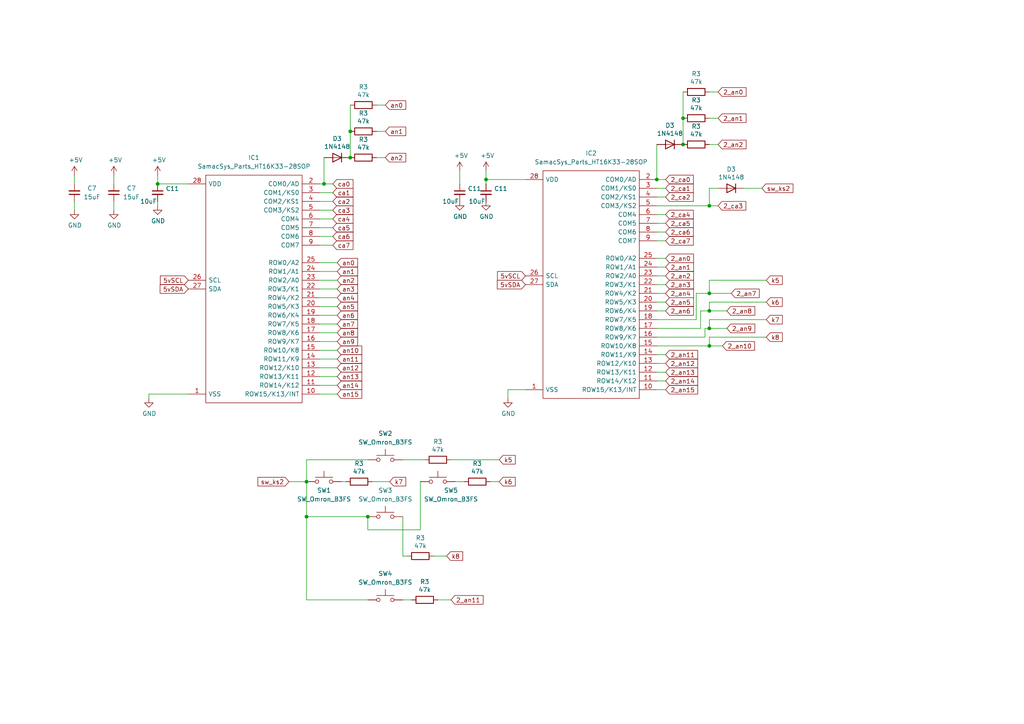
<source format=kicad_sch>
(kicad_sch (version 20230121) (generator eeschema)
  (paper "A4")
  (title_block (title "Pitanga HAT") (date "2023-10-19") (rev "2.1") (company "Andrew Tudoroi"))
  (lib_symbols
    (symbol "Device:C_Small" (pin_numbers hide) (pin_names (offset 0.254) hide)
      (property "Reference" "C" (at 0.254 1.778 0))
      (property "Value" "C_Small" (at 0.254 -2.032 0))
      (symbol "C_Small_0_1"
        (polyline (pts (xy -1.524 -0.508) (xy 1.524 -0.508)) (stroke (width 0.3302)))
        (polyline (pts (xy -1.524 0.508) (xy 1.524 0.508)) (stroke (width 0.3048)))
      )
      (symbol "C_Small_1_1"
        (pin passive line (at 0 2.54 270) (length 2.032) (name "~") (number "1"))
        (pin passive line (at 0 -2.54 90) (length 2.032) (name "~") (number "2"))
      )
    )
    (symbol "Device:D" (pin_numbers hide) (pin_names (offset 1.016) hide)
      (property "Reference" "D" (at 0 2.54 0))
      (property "Value" "D" (at 0 -2.54 0))
      (symbol "D_0_1"
        (polyline (pts (xy -1.27 1.27) (xy -1.27 -1.27)) (stroke (width 0.254)))
        (polyline (pts (xy 1.27 0) (xy -1.27 0)))
        (polyline (pts (xy 1.27 1.27) (xy 1.27 -1.27) (xy -1.27 0) (xy 1.27 1.27)) (stroke (width 0.254)))
      )
      (symbol "D_1_1"
        (pin passive line (at -3.81 0 0) (length 2.54) (name "K") (number "1"))
        (pin passive line (at 3.81 0 180) (length 2.54) (name "A") (number "2"))
      )
    )
    (symbol "Device:R" (pin_numbers hide) (pin_names (offset 0))
      (property "Reference" "R" (at 2.032 0 90))
      (property "Value" "R" (at 0 0 90))
      (symbol "R_0_1"
        (rectangle (start -1.016 -2.54) (end 1.016 2.54) (stroke (width 0.254)))
      )
      (symbol "R_1_1"
        (pin passive line (at 0 3.81 270) (length 1.27) (name "~") (number "1"))
        (pin passive line (at 0 -3.81 90) (length 1.27) (name "~") (number "2"))
      )
    )
    (symbol "LTP305_ESP32_CLOCK-rescue:HT16K33-28SOP-SamacSys_Parts" (pin_names (offset 0.762))
      (property "Reference" "IC" (at 34.29 7.62 0))
      (property "Value" "SamacSys_Parts_HT16K33-28SOP" (at 34.29 5.08 0))
      (symbol "HT16K33-28SOP-SamacSys_Parts_0_0"
        (pin passive line (at 0 -60.96 0) (length 5.08) (name "VSS") (number "1"))
        (pin passive line (at 38.1 -60.96 180) (length 5.08) (name "ROW15/K13/INT") (number "10"))
        (pin passive line (at 38.1 -58.42 180) (length 5.08) (name "ROW14/K12") (number "11"))
        (pin passive line (at 38.1 -55.88 180) (length 5.08) (name "ROW13/K11") (number "12"))
        (pin passive line (at 38.1 -53.34 180) (length 5.08) (name "ROW12/K10") (number "13"))
        (pin passive line (at 38.1 -50.8 180) (length 5.08) (name "ROW11/K9") (number "14"))
        (pin passive line (at 38.1 -48.26 180) (length 5.08) (name "ROW10/K8") (number "15"))
        (pin passive line (at 38.1 -45.72 180) (length 5.08) (name "ROW9/K7") (number "16"))
        (pin passive line (at 38.1 -43.18 180) (length 5.08) (name "ROW8/K6") (number "17"))
        (pin passive line (at 38.1 -40.64 180) (length 5.08) (name "ROW7/K5") (number "18"))
        (pin passive line (at 38.1 -38.1 180) (length 5.08) (name "ROW6/K4") (number "19"))
        (pin passive line (at 38.1 0 180) (length 5.08) (name "COM0/AD") (number "2"))
        (pin passive line (at 38.1 -35.56 180) (length 5.08) (name "ROW5/K3") (number "20"))
        (pin passive line (at 38.1 -33.02 180) (length 5.08) (name "ROW4/K2") (number "21"))
        (pin passive line (at 38.1 -30.48 180) (length 5.08) (name "ROW3/K1") (number "22"))
        (pin passive line (at 38.1 -27.94 180) (length 5.08) (name "ROW2/A0") (number "23"))
        (pin passive line (at 38.1 -25.4 180) (length 5.08) (name "ROW1/A1") (number "24"))
        (pin passive line (at 38.1 -22.86 180) (length 5.08) (name "ROW0/A2") (number "25"))
        (pin passive line (at 0 -27.94 0) (length 5.08) (name "SCL") (number "26"))
        (pin passive line (at 0 -30.48 0) (length 5.08) (name "SDA") (number "27"))
        (pin passive line (at 0 0 0) (length 5.08) (name "VDD") (number "28"))
        (pin passive line (at 38.1 -2.54 180) (length 5.08) (name "COM1/KS0") (number "3"))
        (pin passive line (at 38.1 -5.08 180) (length 5.08) (name "COM2/KS1") (number "4"))
        (pin passive line (at 38.1 -7.62 180) (length 5.08) (name "COM3/KS2") (number "5"))
        (pin passive line (at 38.1 -10.16 180) (length 5.08) (name "COM4") (number "6"))
        (pin passive line (at 38.1 -12.7 180) (length 5.08) (name "COM5") (number "7"))
        (pin passive line (at 38.1 -15.24 180) (length 5.08) (name "COM6") (number "8"))
        (pin passive line (at 38.1 -17.78 180) (length 5.08) (name "COM7") (number "9"))
      )
      (symbol "HT16K33-28SOP-SamacSys_Parts_0_1"
        (polyline (pts (xy 5.08 2.54) (xy 33.02 2.54) (xy 33.02 -63.5) (xy 5.08 -63.5) (xy 5.08 2.54)) (stroke (width 0.1524)))
      )
    )
    (symbol "Switch:SW_Omron_B3FS" (pin_numbers hide) (pin_names (offset 1.016) hide)
      (property "Reference" "SW" (at 1.27 2.54 0))
      (property "Value" "SW_Omron_B3FS" (at 0 -1.524 0))
      (symbol "SW_Omron_B3FS_0_1"
        (circle (center -2.032 0) (radius 0.508))
        (polyline (pts (xy 0 1.27) (xy 0 3.048)))
        (polyline (pts (xy 2.54 1.27) (xy -2.54 1.27)))
        (circle (center 2.032 0) (radius 0.508))
        (pin passive line (at -5.08 0 0) (length 2.54) (name "1") (number "1"))
        (pin passive line (at 5.08 0 180) (length 2.54) (name "2") (number "2"))
      )
    )
    (symbol "power:+5V" (power) (pin_names (offset 0))
      (property "Value" "+5V" (at 0 3.556 0))
      (symbol "+5V_0_1"
        (polyline (pts (xy -0.762 1.27) (xy 0 2.54)))
        (polyline (pts (xy 0 0) (xy 0 2.54)))
        (polyline (pts (xy 0 2.54) (xy 0.762 1.27)))
      )
      (symbol "+5V_1_1"
        (pin power_in line (at 0 0 90) (length 0) hide (name "+5V") (number "1"))
      )
    )
    (symbol "power:GND" (power) (pin_names (offset 0))
      (property "Value" "GND" (at 0 -3.81 0))
      (symbol "GND_0_1"
        (polyline (pts (xy 0 0) (xy 0 -1.27) (xy 1.27 -1.27) (xy 0 -2.54) (xy -1.27 -1.27) (xy 0 -1.27)))
      )
      (symbol "GND_1_1"
        (pin power_in line (at 0 0 270) (length 0) hide (name "GND") (number "1"))
      )
    )
  )
  (junction (at 101.6 45.72))
  (junction (at 190.5 52.07))
  (junction (at 45.72 53.34))
  (junction (at 140.97 52.07))
  (junction (at 101.6 38.1))
  (junction (at 205.74 100.33))
  (junction (at 198.12 34.29))
  (junction (at 205.74 59.69))
  (junction (at 205.74 95.25))
  (junction (at 205.74 90.17))
  (junction (at 93.98 53.34))
  (junction (at 205.74 85.09))
  (junction (at 198.12 41.91))
  (junction (at 88.9 139.7))
  (junction (at 106.68 149.86))
  (junction (at 88.9 149.86))
  (wire (pts (xy 140.97 49.53) (xy 140.97 52.07)))
  (wire (pts (xy 190.5 77.47) (xy 193.04 77.47)))
  (wire (pts (xy 109.22 30.48) (xy 111.76 30.48)))
  (wire (pts (xy 222.25 81.28) (xy 205.74 81.28)))
  (wire (pts (xy 88.9 139.7) (xy 88.9 149.86)))
  (wire (pts (xy 190.5 110.49) (xy 193.04 110.49)))
  (wire (pts (xy 116.84 173.99) (xy 119.38 173.99)))
  (wire (pts (xy 205.74 100.33) (xy 209.55 100.33)))
  (wire (pts (xy 190.5 69.85) (xy 193.04 69.85)))
  (wire (pts (xy 88.9 133.35) (xy 88.9 139.7)))
  (wire (pts (xy 205.74 34.29) (xy 208.28 34.29)))
  (wire (pts (xy 92.71 63.5) (xy 96.52 63.5)))
  (wire (pts (xy 190.5 74.93) (xy 193.04 74.93)))
  (wire (pts (xy 92.71 99.06) (xy 97.79 99.06)))
  (wire (pts (xy 205.74 81.28) (xy 205.74 85.09)))
  (wire (pts (xy 92.71 76.2) (xy 97.79 76.2)))
  (wire (pts (xy 190.5 67.31) (xy 193.04 67.31)))
  (wire (pts (xy 54.61 114.3) (xy 43.18 114.3)))
  (wire (pts (xy 205.74 97.79) (xy 205.74 100.33)))
  (wire (pts (xy 92.71 68.58) (xy 96.52 68.58)))
  (wire (pts (xy 45.72 50.8) (xy 45.72 53.34)))
  (wire (pts (xy 121.92 153.67) (xy 106.68 153.67)))
  (wire (pts (xy 204.47 95.25) (xy 205.74 95.25)))
  (wire (pts (xy 101.6 30.48) (xy 101.6 38.1)))
  (wire (pts (xy 203.2 90.17) (xy 205.74 90.17)))
  (wire (pts (xy 92.71 93.98) (xy 97.79 93.98)))
  (wire (pts (xy 205.74 59.69) (xy 208.28 59.69)))
  (wire (pts (xy 92.71 66.04) (xy 96.52 66.04)))
  (wire (pts (xy 92.71 55.88) (xy 96.52 55.88)))
  (wire (pts (xy 205.74 87.63) (xy 205.74 90.17)))
  (wire (pts (xy 190.5 85.09) (xy 193.04 85.09)))
  (wire (pts (xy 21.59 58.42) (xy 21.59 60.96)))
  (wire (pts (xy 222.25 87.63) (xy 205.74 87.63)))
  (wire (pts (xy 201.93 85.09) (xy 205.74 85.09)))
  (wire (pts (xy 93.98 53.34) (xy 92.71 53.34)))
  (wire (pts (xy 130.81 133.35) (xy 144.78 133.35)))
  (wire (pts (xy 92.71 91.44) (xy 97.79 91.44)))
  (wire (pts (xy 222.25 92.71) (xy 205.74 92.71)))
  (wire (pts (xy 92.71 71.12) (xy 96.52 71.12)))
  (wire (pts (xy 92.71 109.22) (xy 97.79 109.22)))
  (wire (pts (xy 92.71 88.9) (xy 97.79 88.9)))
  (wire (pts (xy 152.4 52.07) (xy 140.97 52.07)))
  (wire (pts (xy 92.71 106.68) (xy 97.79 106.68)))
  (wire (pts (xy 215.9 54.61) (xy 220.98 54.61)))
  (wire (pts (xy 116.84 161.29) (xy 118.11 161.29)))
  (wire (pts (xy 45.72 58.42) (xy 45.72 59.69)))
  (wire (pts (xy 142.24 139.7) (xy 144.78 139.7)))
  (wire (pts (xy 107.95 139.7) (xy 113.03 139.7)))
  (wire (pts (xy 92.71 114.3) (xy 97.79 114.3)))
  (wire (pts (xy 88.9 139.7) (xy 83.82 139.7)))
  (wire (pts (xy 208.28 54.61) (xy 205.74 54.61)))
  (wire (pts (xy 190.5 113.03) (xy 193.04 113.03)))
  (wire (pts (xy 190.5 82.55) (xy 193.04 82.55)))
  (wire (pts (xy 92.71 101.6) (xy 97.79 101.6)))
  (wire (pts (xy 205.74 26.67) (xy 208.28 26.67)))
  (wire (pts (xy 190.5 100.33) (xy 205.74 100.33)))
  (wire (pts (xy 132.08 139.7) (xy 134.62 139.7)))
  (wire (pts (xy 190.5 105.41) (xy 193.04 105.41)))
  (wire (pts (xy 205.74 85.09) (xy 212.09 85.09)))
  (wire (pts (xy 190.5 57.15) (xy 193.04 57.15)))
  (wire (pts (xy 106.68 153.67) (xy 106.68 149.86)))
  (wire (pts (xy 190.5 87.63) (xy 193.04 87.63)))
  (wire (pts (xy 205.74 54.61) (xy 205.74 59.69)))
  (wire (pts (xy 92.71 86.36) (xy 97.79 86.36)))
  (wire (pts (xy 92.71 104.14) (xy 97.79 104.14)))
  (wire (pts (xy 92.71 81.28) (xy 97.79 81.28)))
  (wire (pts (xy 43.18 114.3) (xy 43.18 115.57)))
  (wire (pts (xy 106.68 149.86) (xy 88.9 149.86)))
  (wire (pts (xy 190.5 59.69) (xy 205.74 59.69)))
  (wire (pts (xy 116.84 149.86) (xy 116.84 161.29)))
  (wire (pts (xy 125.73 161.29) (xy 129.54 161.29)))
  (wire (pts (xy 92.71 83.82) (xy 97.79 83.82)))
  (wire (pts (xy 92.71 60.96) (xy 96.52 60.96)))
  (wire (pts (xy 205.74 90.17) (xy 210.82 90.17)))
  (wire (pts (xy 100.33 139.7) (xy 99.06 139.7)))
  (wire (pts (xy 92.71 78.74) (xy 97.79 78.74)))
  (wire (pts (xy 111.76 45.72) (xy 109.22 45.72)))
  (wire (pts (xy 92.71 96.52) (xy 97.79 96.52)))
  (wire (pts (xy 101.6 38.1) (xy 101.6 45.72)))
  (wire (pts (xy 204.47 95.25) (xy 204.47 97.79)))
  (wire (pts (xy 190.5 80.01) (xy 193.04 80.01)))
  (wire (pts (xy 121.92 139.7) (xy 121.92 153.67)))
  (wire (pts (xy 190.5 54.61) (xy 193.04 54.61)))
  (wire (pts (xy 190.5 102.87) (xy 193.04 102.87)))
  (wire (pts (xy 96.52 53.34) (xy 93.98 53.34)))
  (wire (pts (xy 208.28 41.91) (xy 205.74 41.91)))
  (wire (pts (xy 222.25 97.79) (xy 205.74 97.79)))
  (wire (pts (xy 201.93 92.71) (xy 190.5 92.71)))
  (wire (pts (xy 205.74 92.71) (xy 205.74 95.25)))
  (wire (pts (xy 106.68 173.99) (xy 88.9 173.99)))
  (wire (pts (xy 45.72 53.34) (xy 54.61 53.34)))
  (wire (pts (xy 127 173.99) (xy 130.81 173.99)))
  (wire (pts (xy 106.68 133.35) (xy 88.9 133.35)))
  (wire (pts (xy 92.71 58.42) (xy 96.52 58.42)))
  (wire (pts (xy 133.35 49.53) (xy 133.35 53.34)))
  (wire (pts (xy 203.2 90.17) (xy 203.2 95.25)))
  (wire (pts (xy 92.71 111.76) (xy 97.79 111.76)))
  (wire (pts (xy 190.5 107.95) (xy 193.04 107.95)))
  (wire (pts (xy 109.22 38.1) (xy 111.76 38.1)))
  (wire (pts (xy 21.59 50.8) (xy 21.59 53.34)))
  (wire (pts (xy 33.02 58.42) (xy 33.02 60.96)))
  (wire (pts (xy 201.93 85.09) (xy 201.93 92.71)))
  (wire (pts (xy 198.12 26.67) (xy 198.12 34.29)))
  (wire (pts (xy 190.5 90.17) (xy 193.04 90.17)))
  (wire (pts (xy 190.5 64.77) (xy 193.04 64.77)))
  (wire (pts (xy 140.97 53.34) (xy 140.97 52.07)))
  (wire (pts (xy 190.5 41.91) (xy 190.5 52.07)))
  (wire (pts (xy 190.5 62.23) (xy 193.04 62.23)))
  (wire (pts (xy 93.98 45.72) (xy 93.98 53.34)))
  (wire (pts (xy 116.84 133.35) (xy 123.19 133.35)))
  (wire (pts (xy 152.4 113.03) (xy 147.32 113.03)))
  (wire (pts (xy 88.9 149.86) (xy 88.9 173.99)))
  (wire (pts (xy 203.2 95.25) (xy 190.5 95.25)))
  (wire (pts (xy 147.32 113.03) (xy 147.32 115.57)))
  (wire (pts (xy 33.02 50.8) (xy 33.02 53.34)))
  (wire (pts (xy 205.74 95.25) (xy 210.82 95.25)))
  (wire (pts (xy 198.12 34.29) (xy 198.12 41.91)))
  (wire (pts (xy 204.47 97.79) (xy 190.5 97.79)))
  (wire (pts (xy 190.5 52.07) (xy 193.04 52.07)))
  (global_label "5vSCL" (shape input) (at 54.61 81.28 180) (property "Intersheetrefs" "${INTERSHEET_REFS}" (effects hide)))
  (global_label "an3" (shape input) (at 97.79 83.82 0) (property "Intersheetrefs" "${INTERSHEET_REFS}" (effects hide)))
  (global_label "ca3" (shape input) (at 96.52 60.96 0) (property "Intersheetrefs" "${INTERSHEET_REFS}" (effects hide)))
  (global_label "2_an0" (shape input) (at 193.04 74.93 0) (property "Intersheetrefs" "${INTERSHEET_REFS}" (effects hide)))
  (global_label "an14" (shape input) (at 97.79 111.76 0) (property "Intersheetrefs" "${INTERSHEET_REFS}" (effects hide)))
  (global_label "2_ca5" (shape input) (at 193.04 64.77 0) (property "Intersheetrefs" "${INTERSHEET_REFS}" (effects hide)))
  (global_label "2_ca2" (shape input) (at 193.04 57.15 0) (property "Intersheetrefs" "${INTERSHEET_REFS}" (effects hide)))
  (global_label "an11" (shape input) (at 97.79 104.14 0) (property "Intersheetrefs" "${INTERSHEET_REFS}" (effects hide)))
  (global_label "ca5" (shape input) (at 96.52 66.04 0) (property "Intersheetrefs" "${INTERSHEET_REFS}" (effects hide)))
  (global_label "2_an6" (shape input) (at 193.04 90.17 0) (property "Intersheetrefs" "${INTERSHEET_REFS}" (effects hide)))
  (global_label "2_an0" (shape input) (at 208.28 26.67 0) (property "Intersheetrefs" "${INTERSHEET_REFS}" (effects hide)))
  (global_label "an10" (shape input) (at 97.79 101.6 0) (property "Intersheetrefs" "${INTERSHEET_REFS}" (effects hide)))
  (global_label "2_ca1" (shape input) (at 193.04 54.61 0) (property "Intersheetrefs" "${INTERSHEET_REFS}" (effects hide)))
  (global_label "an6" (shape input) (at 97.79 91.44 0) (property "Intersheetrefs" "${INTERSHEET_REFS}" (effects hide)))
  (global_label "ca6" (shape input) (at 96.52 68.58 0) (property "Intersheetrefs" "${INTERSHEET_REFS}" (effects hide)))
  (global_label "5vSCL" (shape input) (at 152.4 80.01 180) (property "Intersheetrefs" "${INTERSHEET_REFS}" (effects hide)))
  (global_label "2_ca7" (shape input) (at 193.04 69.85 0) (property "Intersheetrefs" "${INTERSHEET_REFS}" (effects hide)))
  (global_label "an13" (shape input) (at 97.79 109.22 0) (property "Intersheetrefs" "${INTERSHEET_REFS}" (effects hide)))
  (global_label "sw_ks2" (shape input) (at 83.82 139.7 180) (property "Intersheetrefs" "${INTERSHEET_REFS}" (effects hide)))
  (global_label "an12" (shape input) (at 97.79 106.68 0) (property "Intersheetrefs" "${INTERSHEET_REFS}" (effects hide)))
  (global_label "an1" (shape input) (at 97.79 78.74 0) (property "Intersheetrefs" "${INTERSHEET_REFS}" (effects hide)))
  (global_label "k6" (shape input) (at 222.25 87.63 0) (property "Intersheetrefs" "${INTERSHEET_REFS}" (effects hide)))
  (global_label "an7" (shape input) (at 97.79 93.98 0) (property "Intersheetrefs" "${INTERSHEET_REFS}" (effects hide)))
  (global_label "2_an10" (shape input) (at 209.55 100.33 0) (property "Intersheetrefs" "${INTERSHEET_REFS}" (effects hide)))
  (global_label "2_an5" (shape input) (at 193.04 87.63 0) (property "Intersheetrefs" "${INTERSHEET_REFS}" (effects hide)))
  (global_label "an2" (shape input) (at 111.76 45.72 0) (property "Intersheetrefs" "${INTERSHEET_REFS}" (effects hide)))
  (global_label "an9" (shape input) (at 97.79 99.06 0) (property "Intersheetrefs" "${INTERSHEET_REFS}" (effects hide)))
  (global_label "2_ca0" (shape input) (at 193.04 52.07 0) (property "Intersheetrefs" "${INTERSHEET_REFS}" (effects hide)))
  (global_label "2_an14" (shape input) (at 193.04 110.49 0) (property "Intersheetrefs" "${INTERSHEET_REFS}" (effects hide)))
  (global_label "ca7" (shape input) (at 96.52 71.12 0) (property "Intersheetrefs" "${INTERSHEET_REFS}" (effects hide)))
  (global_label "2_an11" (shape input) (at 130.81 173.99 0) (property "Intersheetrefs" "${INTERSHEET_REFS}" (effects hide)))
  (global_label "2_an2" (shape input) (at 208.28 41.91 0) (property "Intersheetrefs" "${INTERSHEET_REFS}" (effects hide)))
  (global_label "2_an11" (shape input) (at 193.04 102.87 0) (property "Intersheetrefs" "${INTERSHEET_REFS}" (effects hide)))
  (global_label "k7" (shape input) (at 222.25 92.71 0) (property "Intersheetrefs" "${INTERSHEET_REFS}" (effects hide)))
  (global_label "an0" (shape input) (at 111.76 30.48 0) (property "Intersheetrefs" "${INTERSHEET_REFS}" (effects hide)))
  (global_label "5vSDA" (shape input) (at 54.61 83.82 180) (property "Intersheetrefs" "${INTERSHEET_REFS}" (effects hide)))
  (global_label "an2" (shape input) (at 97.79 81.28 0) (property "Intersheetrefs" "${INTERSHEET_REFS}" (effects hide)))
  (global_label "2_an3" (shape input) (at 193.04 82.55 0) (property "Intersheetrefs" "${INTERSHEET_REFS}" (effects hide)))
  (global_label "2_an13" (shape input) (at 193.04 107.95 0) (property "Intersheetrefs" "${INTERSHEET_REFS}" (effects hide)))
  (global_label "an15" (shape input) (at 97.79 114.3 0) (property "Intersheetrefs" "${INTERSHEET_REFS}" (effects hide)))
  (global_label "k5" (shape input) (at 222.25 81.28 0) (property "Intersheetrefs" "${INTERSHEET_REFS}" (effects hide)))
  (global_label "ca4" (shape input) (at 96.52 63.5 0) (property "Intersheetrefs" "${INTERSHEET_REFS}" (effects hide)))
  (global_label "k6" (shape input) (at 144.78 139.7 0) (property "Intersheetrefs" "${INTERSHEET_REFS}" (effects hide)))
  (global_label "2_ca6" (shape input) (at 193.04 67.31 0) (property "Intersheetrefs" "${INTERSHEET_REFS}" (effects hide)))
  (global_label "2_an1" (shape input) (at 208.28 34.29 0) (property "Intersheetrefs" "${INTERSHEET_REFS}" (effects hide)))
  (global_label "an1" (shape input) (at 111.76 38.1 0) (property "Intersheetrefs" "${INTERSHEET_REFS}" (effects hide)))
  (global_label "2_an15" (shape input) (at 193.04 113.03 0) (property "Intersheetrefs" "${INTERSHEET_REFS}" (effects hide)))
  (global_label "2_an2" (shape input) (at 193.04 80.01 0) (property "Intersheetrefs" "${INTERSHEET_REFS}" (effects hide)))
  (global_label "k8" (shape input) (at 222.25 97.79 0) (property "Intersheetrefs" "${INTERSHEET_REFS}" (effects hide)))
  (global_label "ca1" (shape input) (at 96.52 55.88 0) (property "Intersheetrefs" "${INTERSHEET_REFS}" (effects hide)))
  (global_label "k7" (shape input) (at 113.03 139.7 0) (property "Intersheetrefs" "${INTERSHEET_REFS}" (effects hide)))
  (global_label "5vSDA" (shape input) (at 152.4 82.55 180) (property "Intersheetrefs" "${INTERSHEET_REFS}" (effects hide)))
  (global_label "an8" (shape input) (at 97.79 96.52 0) (property "Intersheetrefs" "${INTERSHEET_REFS}" (effects hide)))
  (global_label "an4" (shape input) (at 97.79 86.36 0) (property "Intersheetrefs" "${INTERSHEET_REFS}" (effects hide)))
  (global_label "2_an1" (shape input) (at 193.04 77.47 0) (property "Intersheetrefs" "${INTERSHEET_REFS}" (effects hide)))
  (global_label "an5" (shape input) (at 97.79 88.9 0) (property "Intersheetrefs" "${INTERSHEET_REFS}" (effects hide)))
  (global_label "2_ca3" (shape input) (at 208.28 59.69 0) (property "Intersheetrefs" "${INTERSHEET_REFS}" (effects hide)))
  (global_label "2_an9" (shape input) (at 210.82 95.25 0) (property "Intersheetrefs" "${INTERSHEET_REFS}" (effects hide)))
  (global_label "an0" (shape input) (at 97.79 76.2 0) (property "Intersheetrefs" "${INTERSHEET_REFS}" (effects hide)))
  (global_label "k5" (shape input) (at 144.78 133.35 0) (property "Intersheetrefs" "${INTERSHEET_REFS}" (effects hide)))
  (global_label "sw_ks2" (shape input) (at 220.98 54.61 0) (property "Intersheetrefs" "${INTERSHEET_REFS}" (effects hide)))
  (global_label "ca2" (shape input) (at 96.52 58.42 0) (property "Intersheetrefs" "${INTERSHEET_REFS}" (effects hide)))
  (global_label "2_an7" (shape input) (at 212.09 85.09 0) (property "Intersheetrefs" "${INTERSHEET_REFS}" (effects hide)))
  (global_label "2_an4" (shape input) (at 193.04 85.09 0) (property "Intersheetrefs" "${INTERSHEET_REFS}" (effects hide)))
  (global_label "2_ca4" (shape input) (at 193.04 62.23 0) (property "Intersheetrefs" "${INTERSHEET_REFS}" (effects hide)))
  (global_label "k8" (shape input) (at 129.54 161.29 0) (property "Intersheetrefs" "${INTERSHEET_REFS}" (effects hide)))
  (global_label "2_an12" (shape input) (at 193.04 105.41 0) (property "Intersheetrefs" "${INTERSHEET_REFS}" (effects hide)))
  (global_label "ca0" (shape input) (at 96.52 53.34 0) (property "Intersheetrefs" "${INTERSHEET_REFS}" (effects hide)))
  (global_label "2_an8" (shape input) (at 210.82 90.17 0) (property "Intersheetrefs" "${INTERSHEET_REFS}" (effects hide)))
  (symbol (lib_id "power:+5V") (at 33.02 50.8 0) (unit 1)
    (property "Reference" "#PWR08" (effects hide))
    (property "Value" "+5V" (at 33.401 46.4058 0))
    (instances (project "LTP305_ESP32_CLOCK" (path "" (reference "#PWR08") (unit 1))) (project "ltp_kikad" (path "" (reference "#PWR04") (unit 1)) (path "" (reference "#PWR013") (unit 1))))
  )
  (symbol (lib_id "Device:R") (at 105.41 38.1 90) (unit 1)
    (property "Reference" "R3" (at 105.41 32.8422 90))
    (property "Value" "47k" (at 105.41 35.1536 90))
    (property "Footprint" "Resistor_SMD:R_0603_1608Metric" (effects hide))
    (property "Function" "A1" (effects hide))
    (instances (project "LTP305_ESP32_CLOCK" (path "" (reference "R3") (unit 1))) (project "ltp_kikad" (path "" (reference "R2") (unit 1)) (path "" (reference "R3") (unit 1))))
  )
  (symbol (lib_id "LTP305_ESP32_CLOCK-rescue:HT16K33-28SOP-SamacSys_Parts") (at 54.61 53.34 0) (unit 1)
    (property "Reference" "IC1" (at 73.66 45.72 0))
    (property "Value" "SamacSys_Parts_HT16K33-28SOP" (at 73.66 48.26 0))
    (property "Footprint" "Holtek:SOIC127P1031X264-28N" (effects hide))
    (property "Datasheet" "http://uk.rs-online.com/web/p/products/8850765" (effects hide))
    (property "Description" "Key-in LED Control Driver RAM I2C 28SOP Holtek HT16K33-28SOP, LED Driver 16-Segments, 5 V, 28-Pin SOP" (effects hide))
    (property "Height" "2.64" (effects hide))
    (property "Manufacturer_Name" "Holtek" (effects hide))
    (property "Manufacturer_Part_Number" "HT16K33-28SOP" (effects hide))
  )
  (symbol (lib_id "power:GND") (at 43.18 115.57 0) (unit 1)
    (property "Reference" "#PWR09" (effects hide))
    (property "Value" "GND" (at 43.307 119.9642 0))
    (instances (project "LTP305_ESP32_CLOCK" (path "" (reference "#PWR09") (unit 1))) (project "ltp_kikad" (path "" (reference "#PWR03") (unit 1)) (path "" (reference "#PWR015") (unit 1))))
  )
  (symbol (lib_id "power:GND") (at 147.32 115.57 0) (unit 1)
    (property "Reference" "#PWR09" (effects hide))
    (property "Value" "GND" (at 147.447 119.9642 0))
    (instances (project "LTP305_ESP32_CLOCK" (path "" (reference "#PWR09") (unit 1))) (project "ltp_kikad" (path "" (reference "#PWR06") (unit 1)) (path "" (reference "#PWR022") (unit 1))))
  )
  (symbol (lib_id "Device:C_Small") (at 133.35 55.88 0) (unit 1)
    (property "Reference" "C11" (at 135.6868 54.7116 0) (effects (justify left)))
    (property "Value" "10uF" (at 128.27 58.42 0) (effects (justify left)))
    (property "Footprint" "Capacitor_SMD:C_0603_1608Metric" (effects hide))
    (instances (project "LTP305_ESP32_CLOCK" (path "" (reference "C11") (unit 1))) (project "ltp_kikad" (path "" (reference "C2") (unit 1)) (path "" (reference "C4") (unit 1))))
  )
  (symbol (lib_id "Device:D") (at 212.09 54.61 180) (unit 1)
    (property "Reference" "D3" (at 212.09 49.0982 0))
    (property "Value" "1N4148" (at 212.09 51.4096 0))
    (property "Footprint" "Diode_SMD:D_0805_2012Metric" (effects hide))
    (instances (project "LTP305_ESP32_CLOCK" (path "" (reference "D3") (unit 1))) (project "ltp_kikad" (path "" (reference "D1") (unit 1)) (path "" (reference "D3") (unit 1))))
  )
  (symbol (lib_id "Device:D") (at 97.79 45.72 180) (unit 1)
    (property "Reference" "D3" (at 97.79 40.2082 0))
    (property "Value" "1N4148" (at 97.79 42.5196 0))
    (property "Footprint" "Diode_SMD:D_0805_2012Metric" (effects hide))
    (instances (project "LTP305_ESP32_CLOCK" (path "" (reference "D3") (unit 1))) (project "ltp_kikad" (path "" (reference "D1") (unit 1)) (path "" (reference "D1") (unit 1))))
  )
  (symbol (lib_id "Device:C_Small") (at 33.02 55.88 180) (unit 1)
    (property "Reference" "C7" (at 38.1 54.61 0))
    (property "Value" "15uF" (at 38.1 57.15 0))
    (property "Footprint" "Capacitor_SMD:C_1210_3225Metric_Pad1.33x2.70mm_HandSolder" (effects hide))
    (instances (project "LTP305_ESP32_CLOCK" (path "" (reference "C7") (unit 1))) (project "ltp_kikad" (path "" (reference "C6") (unit 1)) (path "" (reference "C10") (unit 1)) (path "" (reference "C2") (unit 1))))
  )
  (symbol (lib_id "Device:C_Small") (at 140.97 55.88 0) (unit 1)
    (property "Reference" "C11" (at 143.3068 54.7116 0) (effects (justify left)))
    (property "Value" "10uF" (at 135.89 58.42 0) (effects (justify left)))
    (property "Footprint" "Capacitor_SMD:C_0805_2012Metric_Pad1.18x1.45mm_HandSolder" (effects hide))
    (instances (project "LTP305_ESP32_CLOCK" (path "" (reference "C11") (unit 1))) (project "ltp_kikad" (path "" (reference "C2") (unit 1)) (path "" (reference "C5") (unit 1))))
  )
  (symbol (lib_id "power:+5V") (at 45.72 50.8 0) (unit 1)
    (property "Reference" "#PWR08" (effects hide))
    (property "Value" "+5V" (at 46.101 46.4058 0))
    (instances (project "LTP305_ESP32_CLOCK" (path "" (reference "#PWR08") (unit 1))) (project "ltp_kikad" (path "" (reference "#PWR01") (unit 1)) (path "" (reference "#PWR016") (unit 1))))
  )
  (symbol (lib_id "Switch:SW_Omron_B3FS") (at 111.76 149.86 0) (unit 1)
    (property "Reference" "SW3" (at 111.76 142.24 0))
    (property "Value" "SW_Omron_B3FS" (at 111.76 144.78 0))
    (property "Footprint" "Button_Switch_SMD:SW_SPST_Omron_B3FS-105xP" (effects hide))
    (property "Datasheet" "https://omronfs.omron.com/en_US/ecb/products/pdf/en-b3fs.pdf" (effects hide))
  )
  (symbol (lib_id "power:+5V") (at 133.35 49.53 0) (unit 1)
    (property "Reference" "#PWR08" (effects hide))
    (property "Value" "+5V" (at 133.731 45.1358 0))
    (instances (project "LTP305_ESP32_CLOCK" (path "" (reference "#PWR08") (unit 1))) (project "ltp_kikad" (path "" (reference "#PWR04") (unit 1)) (path "" (reference "#PWR018") (unit 1))))
  )
  (symbol (lib_id "Device:R") (at 201.93 34.29 90) (unit 1)
    (property "Reference" "R3" (at 201.93 29.0322 90))
    (property "Value" "47k" (at 201.93 31.3436 90))
    (property "Footprint" "Resistor_SMD:R_0603_1608Metric" (effects hide))
    (property "Function" "A1" (effects hide))
    (instances (project "LTP305_ESP32_CLOCK" (path "" (reference "R3") (unit 1))) (project "ltp_kikad" (path "" (reference "R2") (unit 1)) (path "" (reference "R10") (unit 1))))
  )
  (symbol (lib_id "Device:R") (at 105.41 45.72 90) (unit 1)
    (property "Reference" "R3" (at 105.41 40.4622 90))
    (property "Value" "47k" (at 105.41 42.7736 90))
    (property "Footprint" "Resistor_SMD:R_0603_1608Metric" (effects hide))
    (property "Function" "A0" (effects hide))
    (instances (project "LTP305_ESP32_CLOCK" (path "" (reference "R3") (unit 1))) (project "ltp_kikad" (path "" (reference "R2") (unit 1)) (path "" (reference "R4") (unit 1))))
  )
  (symbol (lib_id "power:GND") (at 133.35 58.42 0) (unit 1)
    (property "Reference" "#PWR038" (effects hide))
    (property "Value" "GND" (at 133.477 62.8142 0))
    (instances (project "LTP305_ESP32_CLOCK" (path "" (reference "#PWR038") (unit 1))) (project "ltp_kikad" (path "" (reference "#PWR05") (unit 1)) (path "" (reference "#PWR019") (unit 1))))
  )
  (symbol (lib_id "Switch:SW_Omron_B3FS") (at 111.76 133.35 0) (unit 1)
    (property "Reference" "SW2" (at 111.76 125.73 0))
    (property "Value" "SW_Omron_B3FS" (at 111.76 128.27 0))
    (property "Footprint" "Button_Switch_SMD:SW_SPST_Omron_B3FS-105xP" (effects hide))
    (property "Datasheet" "https://omronfs.omron.com/en_US/ecb/products/pdf/en-b3fs.pdf" (effects hide))
  )
  (symbol (lib_id "Device:R") (at 121.92 161.29 90) (unit 1)
    (property "Reference" "R3" (at 121.92 156.0322 90))
    (property "Value" "47k" (at 121.92 158.3436 90))
    (property "Footprint" "Resistor_SMD:R_0603_1608Metric" (effects hide))
    (instances (project "LTP305_ESP32_CLOCK" (path "" (reference "R3") (unit 1))) (project "ltp_kikad" (path "" (reference "R2") (unit 1)) (path "" (reference "R5") (unit 1))))
  )
  (symbol (lib_id "Device:C_Small") (at 45.72 55.88 0) (unit 1)
    (property "Reference" "C11" (at 48.0568 54.7116 0) (effects (justify left)))
    (property "Value" "10uF" (at 40.64 58.42 0) (effects (justify left)))
    (property "Footprint" "Capacitor_SMD:C_0805_2012Metric_Pad1.18x1.45mm_HandSolder" (effects hide))
    (instances (project "LTP305_ESP32_CLOCK" (path "" (reference "C11") (unit 1))) (project "ltp_kikad" (path "" (reference "C1") (unit 1)) (path "" (reference "C3") (unit 1))))
  )
  (symbol (lib_id "power:GND") (at 33.02 60.96 0) (unit 1)
    (property "Reference" "#PWR033" (effects hide))
    (property "Value" "GND" (at 33.147 65.3542 0))
    (instances (project "LTP305_ESP32_CLOCK" (path "" (reference "#PWR033") (unit 1))) (project "ltp_kikad" (path "" (reference "#PWR09") (unit 1)) (path "" (reference "#PWR035") (unit 1)) (path "" (reference "#PWR014") (unit 1))))
  )
  (symbol (lib_id "Switch:SW_Omron_B3FS") (at 127 139.7 0) (unit 1)
    (property "Reference" "SW5" (at 130.81 142.24 0))
    (property "Value" "SW_Omron_B3FS" (at 130.81 144.78 0))
    (property "Footprint" "Button_Switch_SMD:SW_SPST_Omron_B3FS-105xP" (effects hide))
    (property "Datasheet" "https://omronfs.omron.com/en_US/ecb/products/pdf/en-b3fs.pdf" (effects hide))
  )
  (symbol (lib_id "Device:R") (at 201.93 41.91 90) (unit 1)
    (property "Reference" "R3" (at 201.93 36.6522 90))
    (property "Value" "47k" (at 201.93 38.9636 90))
    (property "Footprint" "Resistor_SMD:R_0603_1608Metric" (effects hide))
    (property "Function" "A0" (effects hide))
    (instances (project "LTP305_ESP32_CLOCK" (path "" (reference "R3") (unit 1))) (project "ltp_kikad" (path "" (reference "R2") (unit 1)) (path "" (reference "R11") (unit 1))))
  )
  (symbol (lib_id "Device:R") (at 104.14 139.7 90) (unit 1)
    (property "Reference" "R3" (at 104.14 134.4422 90))
    (property "Value" "47k" (at 104.14 136.7536 90))
    (property "Footprint" "Resistor_SMD:R_0603_1608Metric" (effects hide))
    (instances (project "LTP305_ESP32_CLOCK" (path "" (reference "R3") (unit 1))) (project "ltp_kikad" (path "" (reference "R2") (unit 1)) (path "" (reference "R1") (unit 1))))
  )
  (symbol (lib_id "power:GND") (at 45.72 59.69 0) (unit 1)
    (property "Reference" "#PWR038" (effects hide))
    (property "Value" "GND" (at 45.847 64.0842 0))
    (instances (project "LTP305_ESP32_CLOCK" (path "" (reference "#PWR038") (unit 1))) (project "ltp_kikad" (path "" (reference "#PWR02") (unit 1)) (path "" (reference "#PWR017") (unit 1))))
  )
  (symbol (lib_id "power:+5V") (at 21.59 50.8 0) (unit 1)
    (property "Reference" "#PWR08" (effects hide))
    (property "Value" "+5V" (at 21.971 46.4058 0))
    (instances (project "LTP305_ESP32_CLOCK" (path "" (reference "#PWR08") (unit 1))) (project "ltp_kikad" (path "" (reference "#PWR04") (unit 1)) (path "" (reference "#PWR011") (unit 1))))
  )
  (symbol (lib_id "Switch:SW_Omron_B3FS") (at 93.98 139.7 0) (unit 1)
    (property "Reference" "SW1" (at 93.98 142.24 0))
    (property "Value" "SW_Omron_B3FS" (at 93.98 144.78 0))
    (property "Footprint" "Button_Switch_SMD:SW_SPST_Omron_B3FS-105xP" (effects hide))
    (property "Datasheet" "https://omronfs.omron.com/en_US/ecb/products/pdf/en-b3fs.pdf" (effects hide))
  )
  (symbol (lib_id "Device:C_Small") (at 21.59 55.88 180) (unit 1)
    (property "Reference" "C7" (at 26.67 54.61 0))
    (property "Value" "15uF" (at 26.67 57.15 0))
    (property "Footprint" "Capacitor_SMD:C_1210_3225Metric_Pad1.33x2.70mm_HandSolder" (effects hide))
    (instances (project "LTP305_ESP32_CLOCK" (path "" (reference "C7") (unit 1))) (project "ltp_kikad" (path "" (reference "C6") (unit 1)) (path "" (reference "C10") (unit 1)) (path "" (reference "C1") (unit 1))))
  )
  (symbol (lib_id "Device:D") (at 194.31 41.91 180) (unit 1)
    (property "Reference" "D3" (at 194.31 36.3982 0))
    (property "Value" "1N4148" (at 194.31 38.7096 0))
    (property "Footprint" "Diode_SMD:D_0805_2012Metric" (effects hide))
    (instances (project "LTP305_ESP32_CLOCK" (path "" (reference "D3") (unit 1))) (project "ltp_kikad" (path "" (reference "D1") (unit 1)) (path "" (reference "D2") (unit 1))))
  )
  (symbol (lib_id "LTP305_ESP32_CLOCK-rescue:HT16K33-28SOP-SamacSys_Parts") (at 152.4 52.07 0) (unit 1)
    (property "Reference" "IC2" (at 171.45 44.45 0))
    (property "Value" "SamacSys_Parts_HT16K33-28SOP" (at 171.45 46.99 0))
    (property "Footprint" "Holtek:SOIC127P1031X264-28N" (effects hide))
    (property "Datasheet" "http://uk.rs-online.com/web/p/products/8850765" (effects hide))
    (property "Description" "Key-in LED Control Driver RAM I2C 28SOP Holtek HT16K33-28SOP, LED Driver 16-Segments, 5 V, 28-Pin SOP" (effects hide))
    (property "Height" "2.64" (effects hide))
    (property "Manufacturer_Name" "Holtek" (effects hide))
    (property "Manufacturer_Part_Number" "HT16K33-28SOP" (effects hide))
  )
  (symbol (lib_id "Switch:SW_Omron_B3FS") (at 111.76 173.99 0) (unit 1)
    (property "Reference" "SW4" (at 111.76 166.37 0))
    (property "Value" "SW_Omron_B3FS" (at 111.76 168.91 0))
    (property "Footprint" "Button_Switch_SMD:SW_SPST_Omron_B3FS-105xP" (effects hide))
    (property "Datasheet" "https://omronfs.omron.com/en_US/ecb/products/pdf/en-b3fs.pdf" (effects hide))
  )
  (symbol (lib_id "Device:R") (at 138.43 139.7 90) (unit 1)
    (property "Reference" "R3" (at 138.43 134.4422 90))
    (property "Value" "47k" (at 138.43 136.7536 90))
    (property "Footprint" "Resistor_SMD:R_0603_1608Metric" (effects hide))
    (instances (project "LTP305_ESP32_CLOCK" (path "" (reference "R3") (unit 1))) (project "ltp_kikad" (path "" (reference "R2") (unit 1)) (path "" (reference "R8") (unit 1))))
  )
  (symbol (lib_id "Device:R") (at 123.19 173.99 90) (unit 1)
    (property "Reference" "R3" (at 123.19 168.7322 90))
    (property "Value" "47k" (at 123.19 171.0436 90))
    (property "Footprint" "Resistor_SMD:R_0603_1608Metric" (effects hide))
    (instances (project "LTP305_ESP32_CLOCK" (path "" (reference "R3") (unit 1))) (project "ltp_kikad" (path "" (reference "R2") (unit 1)) (path "" (reference "R6") (unit 1))))
  )
  (symbol (lib_id "Device:R") (at 127 133.35 90) (unit 1)
    (property "Reference" "R3" (at 127 128.0922 90))
    (property "Value" "47k" (at 127 130.4036 90))
    (property "Footprint" "Resistor_SMD:R_0603_1608Metric" (effects hide))
    (instances (project "LTP305_ESP32_CLOCK" (path "" (reference "R3") (unit 1))) (project "ltp_kikad" (path "" (reference "R2") (unit 1)) (path "" (reference "R7") (unit 1))))
  )
  (symbol (lib_id "Device:R") (at 201.93 26.67 90) (unit 1)
    (property "Reference" "R3" (at 201.93 21.4122 90))
    (property "Value" "47k" (at 201.93 23.7236 90))
    (property "Footprint" "Resistor_SMD:R_0603_1608Metric" (effects hide))
    (property "Function" "A2" (effects hide))
    (instances (project "LTP305_ESP32_CLOCK" (path "" (reference "R3") (unit 1))) (project "ltp_kikad" (path "" (reference "R2") (unit 1)) (path "" (reference "R9") (unit 1))))
  )
  (symbol (lib_id "power:GND") (at 140.97 58.42 0) (unit 1)
    (property "Reference" "#PWR038" (effects hide))
    (property "Value" "GND" (at 141.097 62.8142 0))
    (instances (project "LTP305_ESP32_CLOCK" (path "" (reference "#PWR038") (unit 1))) (project "ltp_kikad" (path "" (reference "#PWR05") (unit 1)) (path "" (reference "#PWR021") (unit 1))))
  )
  (symbol (lib_id "power:GND") (at 21.59 60.96 0) (unit 1)
    (property "Reference" "#PWR033" (effects hide))
    (property "Value" "GND" (at 21.717 65.3542 0))
    (instances (project "LTP305_ESP32_CLOCK" (path "" (reference "#PWR033") (unit 1))) (project "ltp_kikad" (path "" (reference "#PWR09") (unit 1)) (path "" (reference "#PWR035") (unit 1)) (path "" (reference "#PWR012") (unit 1))))
  )
  (symbol (lib_id "Device:R") (at 105.41 30.48 90) (unit 1)
    (property "Reference" "R3" (at 105.41 25.2222 90))
    (property "Value" "47k" (at 105.41 27.5336 90))
    (property "Footprint" "Resistor_SMD:R_0603_1608Metric" (effects hide))
    (property "Function" "A2" (effects hide))
    (instances (project "LTP305_ESP32_CLOCK" (path "" (reference "R3") (unit 1))) (project "ltp_kikad" (path "" (reference "R2") (unit 1)) (path "" (reference "R2") (unit 1))))
  )
  (symbol (lib_id "power:+5V") (at 140.97 49.53 0) (unit 1)
    (property "Reference" "#PWR08" (effects hide))
    (property "Value" "+5V" (at 141.351 45.1358 0))
    (instances (project "LTP305_ESP32_CLOCK" (path "" (reference "#PWR08") (unit 1))) (project "ltp_kikad" (path "" (reference "#PWR04") (unit 1)) (path "" (reference "#PWR020") (unit 1))))
  )
)
</source>
